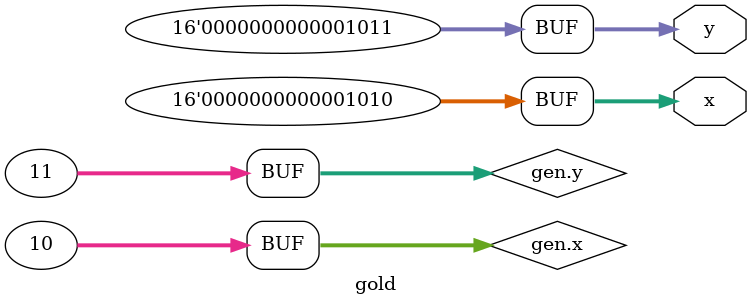
<source format=sv>
`default_nettype none

module gate(x, y);
    output reg [15:0] x, y;
    if (1) begin : gen
        integer x, y;
        for (genvar x = 0; x < 2; x++)
            if (x == 0)
                initial gen.x = 10;
        assign y = x + 1;
    end
    initial x = gen.x;
    assign y = gen.y;
endmodule

module gold(x, y);
    output reg [15:0] x, y;
    if (1) begin : gen
        integer x, y;
        genvar z;
        for (z = 0; z < 2; z++)
            if (z == 0)
                initial x = 10;
        assign y = x + 1;
    end
    initial x = gen.x;
    assign y = gen.y;
endmodule

</source>
